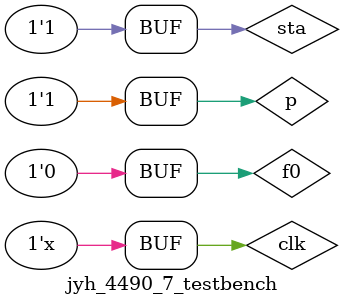
<source format=v>
`timescale 1ns/1ns
module jyh_4490_7_testbench;
wire f1,f2;
reg clk,f0,p,sta;

initial begin
clk=0;
f0=0;
p=0;
sta=0;
end

always #10 clk=~clk;
always begin    

f0=1;
#30000;
f0=0;
#70000;

f0=1;
#24000;
f0=0;
#76000;

f0=1;
#18000;
f0=0;
#82000;

f0=1;
#12000;
f0=0;
#80000;

f0=1;
#6000; 
f0=0;
#94000;

end

always begin
p=0;
sta=0;
#600000;
p=1;
#300000;
sta=1;
#300000;
end

jyh_4490_7_is C0(
.clk(clk),
.p(p),
.f1(f1),
.f0(f0),
.sta(sta),
.f2(f2));

endmodule

</source>
